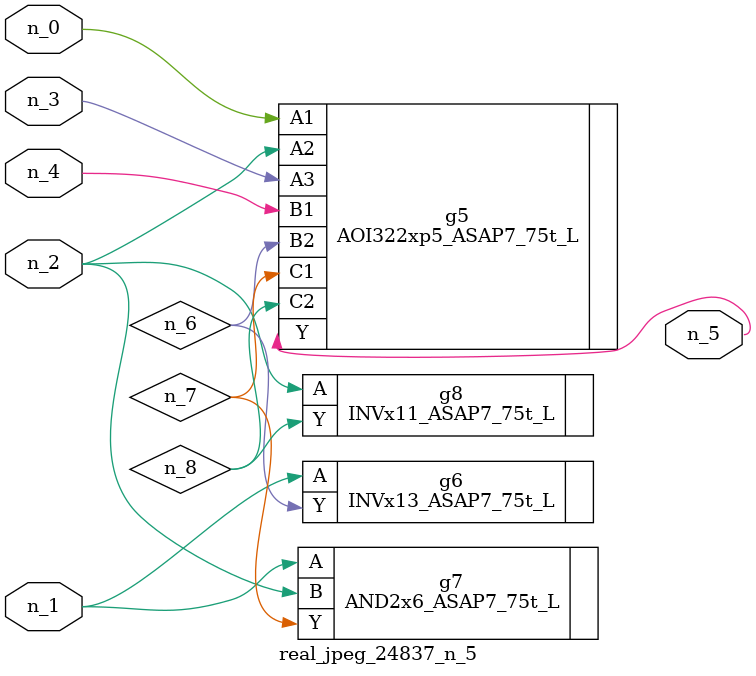
<source format=v>
module real_jpeg_24837_n_5 (n_4, n_0, n_1, n_2, n_3, n_5);

input n_4;
input n_0;
input n_1;
input n_2;
input n_3;

output n_5;

wire n_8;
wire n_6;
wire n_7;

AOI322xp5_ASAP7_75t_L g5 ( 
.A1(n_0),
.A2(n_2),
.A3(n_3),
.B1(n_4),
.B2(n_6),
.C1(n_7),
.C2(n_8),
.Y(n_5)
);

INVx13_ASAP7_75t_L g6 ( 
.A(n_1),
.Y(n_6)
);

AND2x6_ASAP7_75t_L g7 ( 
.A(n_1),
.B(n_2),
.Y(n_7)
);

INVx11_ASAP7_75t_L g8 ( 
.A(n_2),
.Y(n_8)
);


endmodule
</source>
